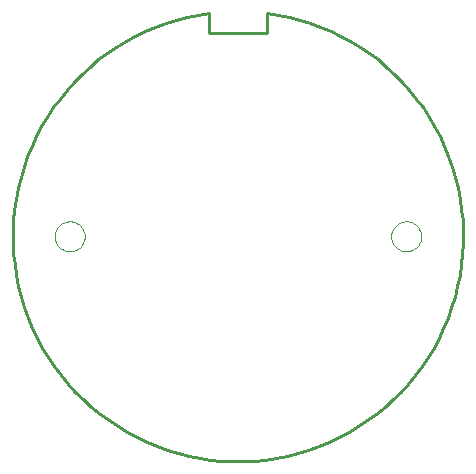
<source format=gko>
G75*
G70*
%OFA0B0*%
%FSLAX24Y24*%
%IPPOS*%
%LPD*%
%AMOC8*
5,1,8,0,0,1.08239X$1,22.5*
%
%ADD10C,0.0000*%
%ADD11C,0.0100*%
D10*
X021390Y028500D02*
X021392Y028544D01*
X021398Y028588D01*
X021408Y028631D01*
X021421Y028673D01*
X021438Y028714D01*
X021459Y028753D01*
X021483Y028790D01*
X021510Y028825D01*
X021540Y028857D01*
X021573Y028887D01*
X021609Y028913D01*
X021646Y028937D01*
X021686Y028956D01*
X021727Y028973D01*
X021770Y028985D01*
X021813Y028994D01*
X021857Y028999D01*
X021901Y029000D01*
X021945Y028997D01*
X021989Y028990D01*
X022032Y028979D01*
X022074Y028965D01*
X022114Y028947D01*
X022153Y028925D01*
X022189Y028901D01*
X022223Y028873D01*
X022255Y028842D01*
X022284Y028808D01*
X022310Y028772D01*
X022332Y028734D01*
X022351Y028694D01*
X022366Y028652D01*
X022378Y028610D01*
X022386Y028566D01*
X022390Y028522D01*
X022390Y028478D01*
X022386Y028434D01*
X022378Y028390D01*
X022366Y028348D01*
X022351Y028306D01*
X022332Y028266D01*
X022310Y028228D01*
X022284Y028192D01*
X022255Y028158D01*
X022223Y028127D01*
X022189Y028099D01*
X022153Y028075D01*
X022114Y028053D01*
X022074Y028035D01*
X022032Y028021D01*
X021989Y028010D01*
X021945Y028003D01*
X021901Y028000D01*
X021857Y028001D01*
X021813Y028006D01*
X021770Y028015D01*
X021727Y028027D01*
X021686Y028044D01*
X021646Y028063D01*
X021609Y028087D01*
X021573Y028113D01*
X021540Y028143D01*
X021510Y028175D01*
X021483Y028210D01*
X021459Y028247D01*
X021438Y028286D01*
X021421Y028327D01*
X021408Y028369D01*
X021398Y028412D01*
X021392Y028456D01*
X021390Y028500D01*
X032610Y028500D02*
X032612Y028544D01*
X032618Y028588D01*
X032628Y028631D01*
X032641Y028673D01*
X032658Y028714D01*
X032679Y028753D01*
X032703Y028790D01*
X032730Y028825D01*
X032760Y028857D01*
X032793Y028887D01*
X032829Y028913D01*
X032866Y028937D01*
X032906Y028956D01*
X032947Y028973D01*
X032990Y028985D01*
X033033Y028994D01*
X033077Y028999D01*
X033121Y029000D01*
X033165Y028997D01*
X033209Y028990D01*
X033252Y028979D01*
X033294Y028965D01*
X033334Y028947D01*
X033373Y028925D01*
X033409Y028901D01*
X033443Y028873D01*
X033475Y028842D01*
X033504Y028808D01*
X033530Y028772D01*
X033552Y028734D01*
X033571Y028694D01*
X033586Y028652D01*
X033598Y028610D01*
X033606Y028566D01*
X033610Y028522D01*
X033610Y028478D01*
X033606Y028434D01*
X033598Y028390D01*
X033586Y028348D01*
X033571Y028306D01*
X033552Y028266D01*
X033530Y028228D01*
X033504Y028192D01*
X033475Y028158D01*
X033443Y028127D01*
X033409Y028099D01*
X033373Y028075D01*
X033334Y028053D01*
X033294Y028035D01*
X033252Y028021D01*
X033209Y028010D01*
X033165Y028003D01*
X033121Y028000D01*
X033077Y028001D01*
X033033Y028006D01*
X032990Y028015D01*
X032947Y028027D01*
X032906Y028044D01*
X032866Y028063D01*
X032829Y028087D01*
X032793Y028113D01*
X032760Y028143D01*
X032730Y028175D01*
X032703Y028210D01*
X032679Y028247D01*
X032658Y028286D01*
X032641Y028327D01*
X032628Y028369D01*
X032618Y028412D01*
X032612Y028456D01*
X032610Y028500D01*
D11*
X028475Y035950D02*
X028838Y035894D01*
X029198Y035819D01*
X029554Y035728D01*
X029905Y035618D01*
X030250Y035492D01*
X030588Y035349D01*
X030919Y035190D01*
X031242Y035014D01*
X031556Y034824D01*
X031860Y034617D01*
X032154Y034397D01*
X032437Y034162D01*
X032707Y033913D01*
X032966Y033652D01*
X033211Y033378D01*
X033442Y033093D01*
X033660Y032797D01*
X033862Y032490D01*
X034049Y032174D01*
X034221Y031849D01*
X034376Y031516D01*
X034515Y031176D01*
X034637Y030829D01*
X034742Y030477D01*
X034830Y030120D01*
X034900Y029760D01*
X034952Y029396D01*
X034987Y029030D01*
X035003Y028663D01*
X035002Y028296D01*
X034983Y027929D01*
X034945Y027563D01*
X034890Y027200D01*
X034817Y026840D01*
X034727Y026484D01*
X034619Y026132D01*
X034494Y025787D01*
X034352Y025448D01*
X034194Y025116D01*
X034020Y024793D01*
X033830Y024478D01*
X033626Y024173D01*
X033406Y023878D01*
X033172Y023595D01*
X032925Y023323D01*
X032665Y023064D01*
X032392Y022817D01*
X032107Y022585D01*
X031812Y022366D01*
X031506Y022163D01*
X031191Y021974D01*
X030866Y021801D01*
X030534Y021645D01*
X030195Y021504D01*
X029848Y021381D01*
X029497Y021275D01*
X029140Y021185D01*
X028780Y021114D01*
X028416Y021060D01*
X028051Y021024D01*
X027684Y021006D01*
X027316Y021006D01*
X026949Y021024D01*
X026584Y021060D01*
X026220Y021114D01*
X025860Y021185D01*
X025503Y021275D01*
X025152Y021381D01*
X024805Y021504D01*
X024466Y021645D01*
X024134Y021801D01*
X023809Y021974D01*
X023494Y022163D01*
X023188Y022366D01*
X022893Y022585D01*
X022608Y022817D01*
X022335Y023064D01*
X022075Y023323D01*
X021828Y023595D01*
X021594Y023878D01*
X021374Y024173D01*
X021170Y024478D01*
X020980Y024793D01*
X020806Y025116D01*
X020648Y025448D01*
X020506Y025787D01*
X020381Y026132D01*
X020273Y026484D01*
X020183Y026840D01*
X020110Y027200D01*
X020055Y027563D01*
X020017Y027929D01*
X019998Y028296D01*
X019997Y028663D01*
X020013Y029030D01*
X020048Y029396D01*
X020100Y029760D01*
X020170Y030120D01*
X020258Y030477D01*
X020363Y030829D01*
X020485Y031176D01*
X020624Y031516D01*
X020779Y031849D01*
X020951Y032174D01*
X021138Y032490D01*
X021340Y032797D01*
X021558Y033093D01*
X021789Y033378D01*
X022034Y033652D01*
X022293Y033913D01*
X022563Y034162D01*
X022846Y034397D01*
X023140Y034617D01*
X023444Y034824D01*
X023758Y035014D01*
X024081Y035190D01*
X024412Y035349D01*
X024750Y035492D01*
X025095Y035618D01*
X025446Y035728D01*
X025802Y035819D01*
X026162Y035894D01*
X026525Y035950D01*
X026525Y035275D01*
X026530Y035276D02*
X028478Y035276D01*
X028475Y035275D02*
X028475Y035950D01*
M02*

</source>
